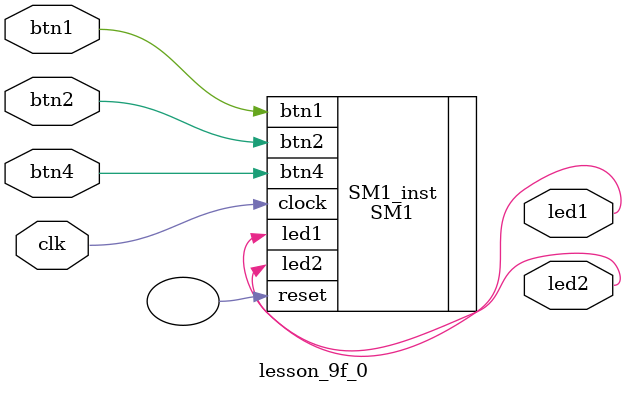
<source format=v>
module lesson_9f_0(
	clk,
	btn1,
	btn2,
	btn4,
	led1,
	led2
);

input		wire	clk;
input		wire	btn1;
input		wire	btn2;
input		wire	btn4;
output	wire	led1;
output	wire	led2;

SM1 SM1_inst(
    .reset(),
	 .clock(clk),
	 .btn1(btn1),
	 .btn2(btn2),
	 .btn4(btn4),
    .led1(led1),
	 .led2(led2)
);

endmodule
</source>
